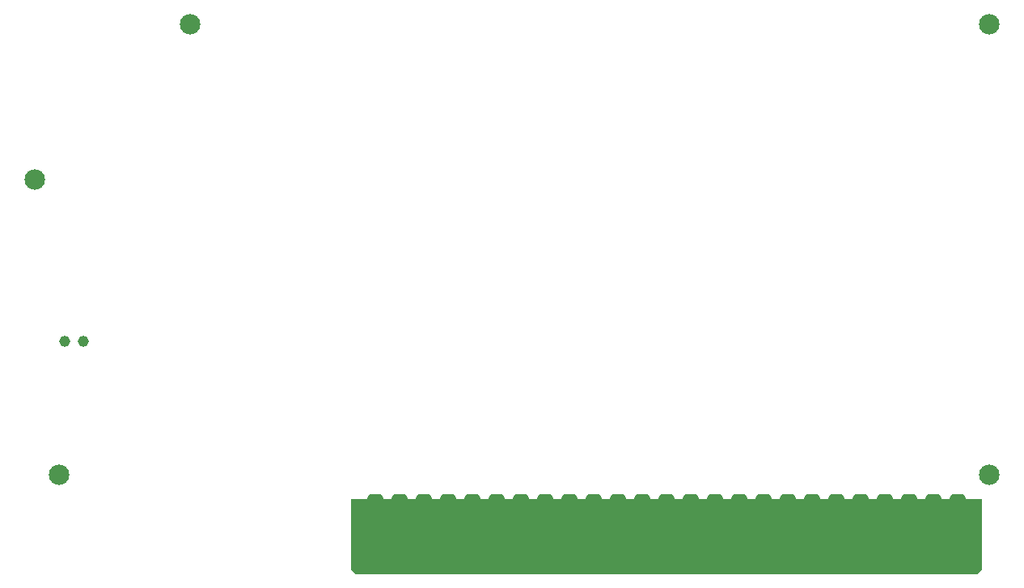
<source format=gbs>
G04 #@! TF.GenerationSoftware,KiCad,Pcbnew,(6.0.2-0)*
G04 #@! TF.CreationDate,2022-08-15T13:28:30-04:00*
G04 #@! TF.ProjectId,TimeMachine,54696d65-4d61-4636-9869-6e652e6b6963,rev?*
G04 #@! TF.SameCoordinates,Original*
G04 #@! TF.FileFunction,Soldermask,Bot*
G04 #@! TF.FilePolarity,Negative*
%FSLAX46Y46*%
G04 Gerber Fmt 4.6, Leading zero omitted, Abs format (unit mm)*
G04 Created by KiCad (PCBNEW (6.0.2-0)) date 2022-08-15 13:28:30*
%MOMM*%
%LPD*%
G01*
G04 APERTURE LIST*
G04 Aperture macros list*
%AMRoundRect*
0 Rectangle with rounded corners*
0 $1 Rounding radius*
0 $2 $3 $4 $5 $6 $7 $8 $9 X,Y pos of 4 corners*
0 Add a 4 corners polygon primitive as box body*
4,1,4,$2,$3,$4,$5,$6,$7,$8,$9,$2,$3,0*
0 Add four circle primitives for the rounded corners*
1,1,$1+$1,$2,$3*
1,1,$1+$1,$4,$5*
1,1,$1+$1,$6,$7*
1,1,$1+$1,$8,$9*
0 Add four rect primitives between the rounded corners*
20,1,$1+$1,$2,$3,$4,$5,0*
20,1,$1+$1,$4,$5,$6,$7,0*
20,1,$1+$1,$6,$7,$8,$9,0*
20,1,$1+$1,$8,$9,$2,$3,0*%
G04 Aperture macros list end*
%ADD10C,0.000000*%
%ADD11C,2.152400*%
%ADD12RoundRect,0.457200X0.381000X3.289000X-0.381000X3.289000X-0.381000X-3.289000X0.381000X-3.289000X0*%
%ADD13C,1.152400*%
G04 APERTURE END LIST*
D10*
G36*
X241300000Y-139446000D02*
G01*
X240792000Y-139954000D01*
X175768000Y-139954000D01*
X175260000Y-139446000D01*
X175260000Y-132080000D01*
X241300000Y-132080000D01*
X241300000Y-139446000D01*
G37*
G36*
X241300000Y-139446000D02*
G01*
X240792000Y-139954000D01*
X175768000Y-139954000D01*
X175260000Y-139446000D01*
X175260000Y-132080000D01*
X241300000Y-132080000D01*
X241300000Y-139446000D01*
G37*
D11*
X144653000Y-129540000D03*
X242062000Y-129540000D03*
D12*
X238760000Y-135282000D03*
X236220000Y-135282000D03*
X233680000Y-135282000D03*
X231140000Y-135282000D03*
X228600000Y-135282000D03*
X226060000Y-135282000D03*
X223520000Y-135282000D03*
X220980000Y-135282000D03*
X218440000Y-135282000D03*
X215900000Y-135282000D03*
X213360000Y-135282000D03*
X210820000Y-135282000D03*
X208280000Y-135282000D03*
X205740000Y-135282000D03*
X203200000Y-135282000D03*
X200660000Y-135282000D03*
X198120000Y-135282000D03*
X195580000Y-135282000D03*
X193040000Y-135282000D03*
X190500000Y-135282000D03*
X187960000Y-135282000D03*
X185420000Y-135282000D03*
X182880000Y-135282000D03*
X180340000Y-135282000D03*
X177800000Y-135282000D03*
D11*
X242062000Y-82423000D03*
X158369000Y-82423000D03*
X142113000Y-98679000D03*
D13*
X145288000Y-115570000D03*
X147188000Y-115570000D03*
M02*

</source>
